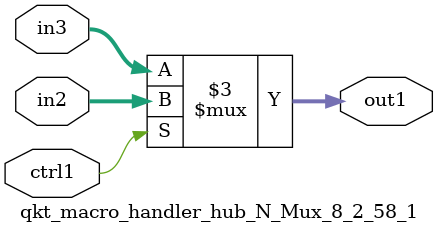
<source format=v>

`timescale 1ps / 1ps


module qkt_macro_handler_hub_N_Mux_8_2_58_1( in3, in2, ctrl1, out1 );

    input [7:0] in3;
    input [7:0] in2;
    input ctrl1;
    output [7:0] out1;
    reg [7:0] out1;

    
    // rtl_process:qkt_macro_handler_hub_N_Mux_8_2_58_1/qkt_macro_handler_hub_N_Mux_8_2_58_1_thread_1
    always @*
      begin : qkt_macro_handler_hub_N_Mux_8_2_58_1_thread_1
        case (ctrl1) 
          1'b1: 
            begin
              out1 = in2;
            end
          default: 
            begin
              out1 = in3;
            end
        endcase
      end

endmodule



</source>
